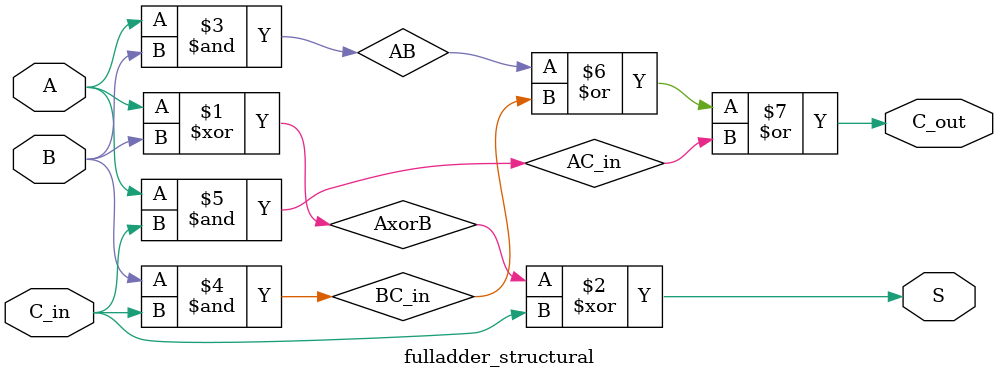
<source format=v>
`timescale 1ns / 1ps


module fulladder_structural(
    input A,
    input B,
    input C_in,
    output S,
    output C_out
    );
    
    wire AxorB, AB, BC_in, AC_in;

    // Sum 
    xor (AxorB, A, B);
    xor (S, AxorB, C_in);  
    
    // C_out 
    and (AB, A, B);
    and (BC_in, B, C_in);
    and (AC_in, A, C_in);
    or (C_out, AB, BC_in, AC_in); 
endmodule

</source>
